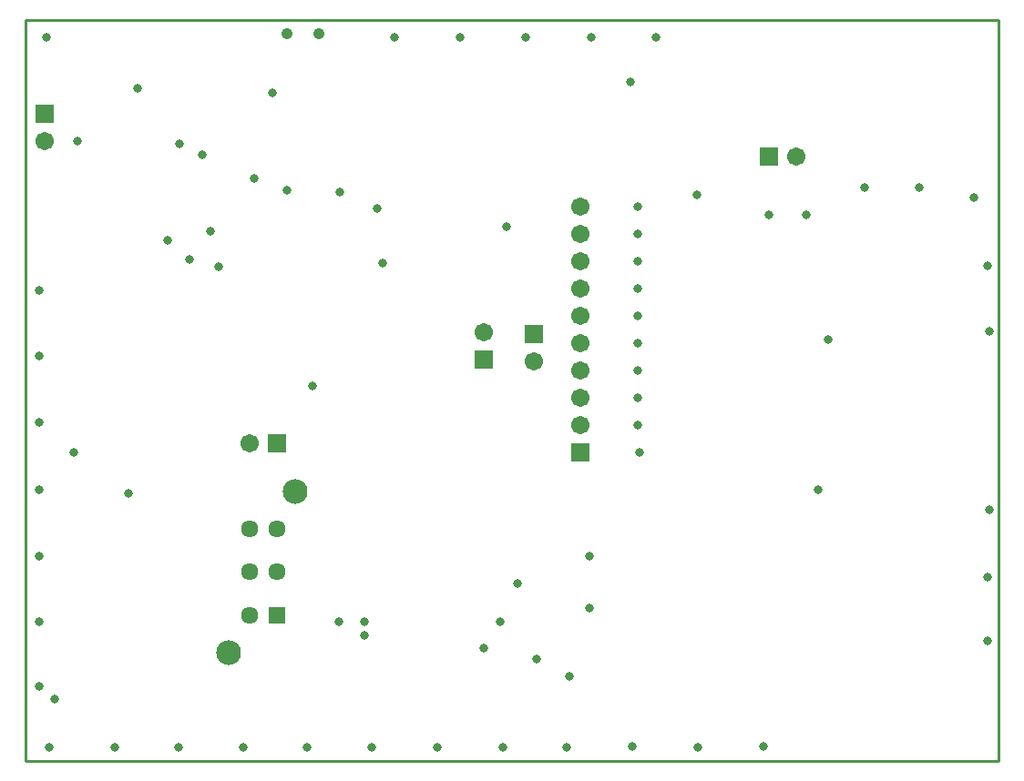
<source format=gbs>
G04 Layer_Color=16711935*
%FSLAX25Y25*%
%MOIN*%
G70*
G01*
G75*
%ADD33C,0.01000*%
%ADD73R,0.06706X0.06706*%
%ADD74C,0.06706*%
%ADD75R,0.06706X0.06706*%
%ADD76C,0.04147*%
%ADD77C,0.06343*%
%ADD78R,0.06343X0.06343*%
%ADD79C,0.09068*%
%ADD80C,0.03200*%
D33*
X356000Y184625D02*
Y271500D01*
Y0D02*
Y75875D01*
X0Y0D02*
Y271500D01*
X356000D01*
Y75875D02*
Y184625D01*
X0Y0D02*
X356000D01*
D73*
X167500Y147000D02*
D03*
X186000Y156500D02*
D03*
X203000Y113000D02*
D03*
X7000Y237000D02*
D03*
D74*
X167500Y157000D02*
D03*
X186000Y146500D02*
D03*
X282000Y221500D02*
D03*
X203000Y133000D02*
D03*
Y203000D02*
D03*
Y193000D02*
D03*
Y183000D02*
D03*
Y173000D02*
D03*
Y163000D02*
D03*
Y153000D02*
D03*
Y143000D02*
D03*
Y123000D02*
D03*
X82000Y116500D02*
D03*
X7000Y227000D02*
D03*
D75*
X272000Y221500D02*
D03*
X92000Y116500D02*
D03*
D76*
X107248Y266236D02*
D03*
X95437D02*
D03*
D77*
X82000Y84996D02*
D03*
Y69248D02*
D03*
Y53500D02*
D03*
X91843Y84996D02*
D03*
Y69248D02*
D03*
D78*
Y53500D02*
D03*
D79*
X98535Y98776D02*
D03*
X74126Y39720D02*
D03*
D80*
X352000Y44000D02*
D03*
Y67500D02*
D03*
X347000Y206500D02*
D03*
X352000Y181500D02*
D03*
X230500Y265000D02*
D03*
X207000D02*
D03*
X183000D02*
D03*
X159000D02*
D03*
X135000D02*
D03*
X5000Y148500D02*
D03*
Y124000D02*
D03*
Y99500D02*
D03*
Y75000D02*
D03*
Y51000D02*
D03*
Y27500D02*
D03*
X8500Y5000D02*
D03*
X32500D02*
D03*
X56000D02*
D03*
X79500D02*
D03*
X103000D02*
D03*
X126500D02*
D03*
X150500D02*
D03*
X174500D02*
D03*
X198000D02*
D03*
X222000Y5500D02*
D03*
X246000Y5000D02*
D03*
X270000Y5500D02*
D03*
X307000Y210000D02*
D03*
X327000D02*
D03*
X293500Y154500D02*
D03*
X245500Y207500D02*
D03*
X272000Y200000D02*
D03*
X285500Y200000D02*
D03*
X199000Y31000D02*
D03*
X206244Y56000D02*
D03*
X206347Y75153D02*
D03*
X173500Y51000D02*
D03*
X180000Y65000D02*
D03*
X114520Y51000D02*
D03*
X124012Y51012D02*
D03*
X124000Y46011D02*
D03*
X10488Y22665D02*
D03*
X60000Y183744D02*
D03*
X17603Y113016D02*
D03*
X70453Y181047D02*
D03*
X95512Y209012D02*
D03*
X83512Y213488D02*
D03*
X90244Y244744D02*
D03*
X56244Y226000D02*
D03*
X51756Y190744D02*
D03*
X64500Y222000D02*
D03*
X19000Y227000D02*
D03*
X41000Y246500D02*
D03*
X67500Y194000D02*
D03*
X37598Y98000D02*
D03*
X224000Y203000D02*
D03*
Y193000D02*
D03*
Y183000D02*
D03*
Y173000D02*
D03*
Y163000D02*
D03*
Y153000D02*
D03*
Y143000D02*
D03*
X352642Y157358D02*
D03*
X290000Y99500D02*
D03*
X352642Y92142D02*
D03*
X224500Y113000D02*
D03*
X224000Y123000D02*
D03*
Y133000D02*
D03*
X7500Y265000D02*
D03*
X221244Y248744D02*
D03*
X167500Y41511D02*
D03*
X187000Y37500D02*
D03*
X128500Y202500D02*
D03*
X105000Y137500D02*
D03*
X175779Y195721D02*
D03*
X5000Y172500D02*
D03*
X130500Y182500D02*
D03*
X115000Y208500D02*
D03*
M02*

</source>
